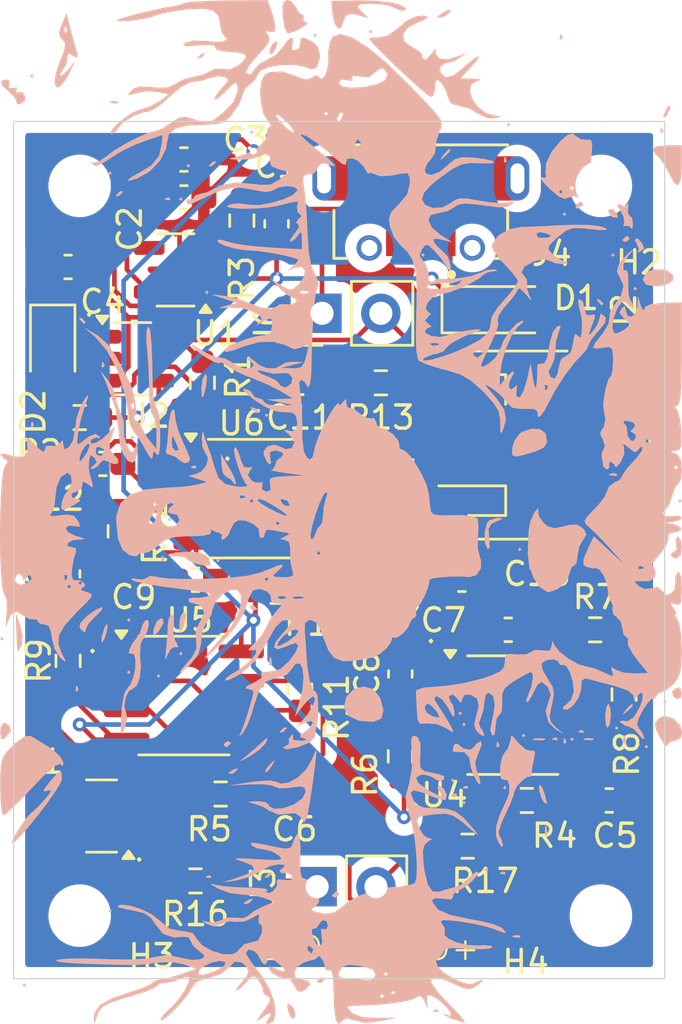
<source format=kicad_pcb>
(kicad_pcb (version 20241229) (generator "pcbnew") (generator_version "9.0")
  (layers (0 "F.Cu" signal) (2 "B.Cu" signal) (13 "F.Paste" user) (15 "B.Paste" user) (5 "F.SilkS" user "F.Silkscreen") (7 "B.SilkS" user "B.Silkscreen") (1 "F.Mask" user) (3 "B.Mask" user) (25 "Edge.Cuts" user))
  (net 0 "")
  (net 1 "GND")
  (net 2 "VBUS")
  (net 3 "+3V3")
  (net 4 "VDC")
  (net 5 "Net-(U4-THR)")
  (net 6 "Net-(U5-THR)")
  (net 7 "Net-(U6-THR)")
  (net 8 "Net-(D2-K)")
  (net 9 "Net-(D2-A)")
  (net 10 "Net-(Q1-C)")
  (net 11 "Net-(U2-PROG)")
  (net 12 "Net-(U1-EN)")
  (net 13 "/Osc_1")
  (net 14 "/Osc_2")
  (net 15 "Net-(U4-DIS)")
  (net 16 "Net-(U5-DIS)")
  (net 17 "/Osc_3")
  (net 18 "Net-(U6-DIS)")
  (net 19 "Net-(J3-Pin_1)")
  (net 27 "Net-(Q1-B)")
  (net 28 "/EN")
  (footprint "Resistor_SMD:R_0603_1608Metric_Pad0.98x0.95mm_HandSolder" (layer "F.Cu") (at 149 53 90)
    (property "Reference" "R9")
    (property "Value" "3.3K" (hide yes))
  )
  (footprint "Resistor_SMD:R_0603_1608Metric_Pad0.98x0.95mm_HandSolder" (layer "F.Cu") (at 162.5 41)
    (property "Reference" "R13")
    (property "Value" "680" (hide yes))
  )
  (footprint "LED_SMD:LED_0805_2012Metric_Pad1.15x1.40mm_HandSolder" (layer "F.Cu") (at 148.336 39.5 -90)
    (property "Reference" "D2")
    (property "Value" "LED" (hide yes))
  )
  (footprint "MountingHole:MountingHole_2.2mm_M2" (layer "F.Cu") (at 149.5 32.5)
    (property "Reference" "H1" (hide yes))
    (property "Value" "MountingHole" (hide yes))
  )
  (footprint "Capacitor_SMD:C_0603_1608Metric_Pad1.08x0.95mm_HandSolder" (layer "F.Cu") (at 159 41 180)
    (property "Reference" "C11")
    (property "Value" ".1u" (hide yes))
  )
  (footprint "MountingHole:MountingHole_2.2mm_M2" (layer "F.Cu") (at 149.5 64)
    (property "Reference" "H3")
    (property "Value" "MountingHole" (hide yes))
  )
  (footprint "Package_TO_SOT_SMD:SOT-23-5" (layer "F.Cu") (at 151.778 39.96)
    (property "Reference" "U2")
    (property "Value" "MCP73831-2-OT" (hide yes))
  )
  (footprint "Capacitor_SMD:C_0603_1608Metric_Pad1.08x0.95mm_HandSolder" (layer "F.Cu") (at 154.5 49.5 180)
    (property "Reference" "C9")
    (property "Value" ".1u" (hide yes))
  )
  (footprint "Package_SO:SOIC-8_3.9x4.9mm_P1.27mm" (layer "F.Cu") (at 168.19525 55.34475)
    (property "Reference" "U4")
    (property "Value" "TLC555xD" (hide yes))
  )
  (footprint "Resistor_SMD:R_0603_1608Metric_Pad0.98x0.95mm_HandSolder" (layer "F.Cu") (at 154.5 62.5 180)
    (property "Reference" "R16")
    (property "Value" "100" (hide yes))
  )
  (footprint "Connector_JST:JST_PH_S2B-PH-SM4-TB_1x02-1MP_P2.00mm_Horizontal" (layer "F.Cu") (at 169.6 43.688 90)
    (property "Reference" "J2")
    (property "Value" "S2B-PH-K-SLFSN" (hide yes))
  )
  (footprint "Resistor_SMD:R_0603_1608Metric_Pad0.98x0.95mm_HandSolder" (layer "F.Cu") (at 163.34275 57.12275 90)
    (property "Reference" "R6")
    (property "Value" "3.3K" (hide yes))
  )
  (footprint "Resistor_SMD:R_0603_1608Metric_Pad0.98x0.95mm_HandSolder" (layer "F.Cu") (at 171.75 51.66175)
    (property "Reference" "R7")
    (property "Value" "680" (hide yes))
  )
  (footprint "customConnector:MOLEX_47589-0001" (layer "F.Cu") (at 164.225 32.9165 180)
    (property "Reference" "J4")
    (property "Value" "USB_B_Micro" (hide yes))
    (fp_line (start 1.875 -2.1625) (end 1.875 -2.3625) (stroke (width 0.01)) (layer "Edge.Cuts"))
    (fp_line (start -2.575 -2.1625) (end -2.575 -2.3625) (stroke (width 0.01)) (layer "Edge.Cuts"))
    (fp_arc (start 2.575 -2.1625) (mid 2.573593 -2.2625) (end 2.575 -2.3625) (stroke (width 0.01)) (layer "Edge.Cuts"))
    (fp_arc (start 2.575 -2.1625) (mid 2.472487 -1.915013) (end 2.225 -1.8125) (stroke (width 0.01)) (layer "Edge.Cuts"))
    (fp_arc (start 2.225 -1.8125) (mid 1.977513 -1.915013) (end 1.875 -2.1625) (stroke (width 0.01)) (layer "Edge.Cuts"))
    (fp_arc (start 2.225 -2.7125) (mid 2.472487 -2.609987) (end 2.575 -2.3625) (stroke (width 0.01)) (layer "Edge.Cuts"))
    (fp_arc (start 1.875 -2.3625) (mid 1.977513 -2.609987) (end 2.225 -2.7125) (stroke (width 0.01)) (layer "Edge.Cuts"))
    (fp_arc (start -1.875 -2.1625) (mid -1.876407 -2.2625) (end -1.875 -2.3625) (stroke (width 0.01)) (layer "Edge.Cuts"))
    (fp_arc (start -1.875 -2.1625) (mid -1.977513 -1.915013) (end -2.225 -1.8125) (stroke (width 0.01)) (layer "Edge.Cuts"))
    (fp_arc (start -2.225 -1.8125) (mid -2.472487 -1.915013) (end -2.575 -2.1625) (stroke (width 0.01)) (layer "Edge.Cuts"))
    (fp_arc (start -2.225 -2.7125) (mid -1.977513 -2.609987) (end -1.875 -2.3625) (stroke (width 0.01)) (layer "Edge.Cuts"))
    (fp_arc (start -2.575 -2.3625) (mid -2.472487 -2.609987) (end -2.225 -2.7125) (stroke (width 0.01)) (layer "Edge.Cuts"))
  )
  (footprint "Package_TO_SOT_SMD:SOT-23" (layer "F.Cu") (at 150.4465 59.7 180)
    (property "Reference" "Q1")
    (property "Value" "BC817" (hide yes))
  )
  (footprint "Package_SO:SOIC-8_3.9x4.9mm_P1.27mm" (layer "F.Cu") (at 154 54.5)
    (property "Reference" "U5")
    (property "Value" "TLC555xD" (hide yes))
  )
  (footprint "Capacitor_SMD:C_0603_1608Metric_Pad1.08x0.95mm_HandSolder" (layer "F.Cu") (at 163.34275 53.56675 90)
    (property "Reference" "C8")
    (property "Value" "10u" (hide yes))
  )
  (footprint "Resistor_SMD:R_0603_1608Metric_Pad0.98x0.95mm_HandSolder" (layer "F.Cu") (at 158 50)
    (property "Reference" "R10")
    (property "Value" "680" (hide yes))
  )
  (footprint "MountingHole:MountingHole_2.2mm_M2" (layer "F.Cu") (at 172 32.5)
    (property "Reference" "H2")
    (property "Value" "MountingHole" (hide yes))
  )
  (footprint "Connector_PinHeader_2.54mm:PinHeader_1x02_P2.54mm_Vertical" (layer "F.Cu") (at 159.96 38 90)
    (property "Reference" "J6")
    (property "Value" "Conn_01x02_Pin" (hide yes))
  )
  (footprint "Package_TO_SOT_SMD:SOT-23-5" (layer "F.Cu") (at 153.6375 36.1275 180)
    (property "Reference" "U1")
    (property "Value" "SPX3819M5-L" (hide yes))
  )
  (footprint "Package_SO:SOIC-8_3.9x4.9mm_P1.27mm" (layer "F.Cu") (at 157 46)
    (property "Reference" "U6")
    (property "Value" "TLC555xD" (hide yes))
  )
  (footprint "Resistor_SMD:R_0603_1608Metric_Pad0.98x0.95mm_HandSolder" (layer "F.Cu") (at 154.797 41 90)
    (property "Reference" "R1")
    (property "Value" "10K" (hide yes))
  )
  (footprint "Resistor_SMD:R_0603_1608Metric_Pad0.98x0.95mm_HandSolder" (layer "F.Cu") (at 162 45.5 -90)
    (property "Reference" "R14")
    (property "Value" "47K" (hide yes))
  )
  (footprint "Resistor_SMD:R_0603_1608Metric_Pad0.98x0.95mm_HandSolder" (layer "F.Cu") (at 166.25 61)
    (property "Reference" "R17")
    (property "Value" "20K" (hide yes))
  )
  (footprint "Resistor_SMD:R_0603_1608Metric_Pad0.98x0.95mm_HandSolder" (layer "F.Cu") (at 162.5 49)
    (property "Reference" "R15")
    (property "Value" "20K" (hide yes))
  )
  (footprint "Resistor_SMD:R_0603_1608Metric_Pad0.98x0.95mm_HandSolder" (layer "F.Cu") (at 151.25 47.4125 90)
    (property "Reference" "R12")
    (property "Value" "3.3K" (hide yes))
  )
  (footprint "Diode_SMD:D_SOD-123" (layer "F.Cu") (at 167.5 37.846)
    (property "Reference" "D1")
    (property "Value" "MBR0520" (hide yes))
  )
  (footprint "Capacitor_SMD:C_0603_1608Metric_Pad1.08x0.95mm_HandSolder" (layer "F.Cu") (at 172.35975 59.02775)
    (property "Reference" "C5")
    (property "Value" "20u" (hide yes))
  )
  (footprint "Capacitor_SMD:C_0603_1608Metric_Pad1.08x0.95mm_HandSolder" (layer "F.Cu") (at 149 36 180)
    (property "Reference" "C4")
    (property "Value" "10uF" (hide yes))
  )
  (footprint "Capacitor_SMD:C_0603_1608Metric_Pad1.08x0.95mm_HandSolder" (layer "F.Cu") (at 159.1375 58.75)
    (property "Reference" "C6")
    (property "Value" "10u" (hide yes))
  )
  (footprint "Capacitor_SMD:C_0603_1608Metric_Pad1.08x0.95mm_HandSolder" (layer "F.Cu") (at 168 51.66175 180)
    (property "Reference" "C7")
    (property "Value" ".1u" (hide yes))
  )
  (footprint "Resistor_SMD:R_0603_1608Metric_Pad0.98x0.95mm_HandSolder" (layer "F.Cu") (at 159 54.25 -90)
    (property "Reference" "R11")
    (property "Value" "47K" (hide yes))
  )
  (footprint "Capacitor_SMD:C_0603_1608Metric_Pad1.08x0.95mm_HandSolder" (layer "F.Cu") (at 149 49.25 90)
    (property "Reference" "C10")
    (property "Value" "10u" (hide yes))
  )
  (footprint "Resistor_SMD:R_0603_1608Metric_Pad0.98x0.95mm_HandSolder" (layer "F.Cu") (at 155.5845 58.75)
    (property "Reference" "R5")
    (property "Value" "10K" (hide yes))
  )
  (footprint "Capacitor_SMD:C_0603_1608Metric_Pad1.08x0.95mm_HandSolder" (layer "F.Cu") (at 158 34.1375 90)
    (property "Reference" "C1")
    (property "Value" "10uF" (hide yes))
  )
  (footprint "Connector_PinHeader_2.54mm:PinHeader_1x02_P2.54mm_Vertical" (layer "F.Cu") (at 159.75 62.75 90)
    (property "Reference" "J3")
    (property "Value" "Conn_01x02_Pin" (hide yes))
  )
  (footprint "Capacitor_SMD:C_0603_1608Metric_Pad1.08x0.95mm_HandSolder" (layer "F.Cu") (at 166 49.5)
    (property "Reference" "C13")
    (property "Value" "10u" (hide yes))
  )
  (footprint "Resistor_SMD:R_0603_1608Metric_Pad0.98x0.95mm_HandSolder" (layer "F.Cu") (at 149.5 42.5)
    (property "Reference" "R2")
    (property "Value" "1K" (hide yes))
  )
  (footprint "Capacitor_SMD:C_0603_1608Metric_Pad1.08x0.95mm_HandSolder" (layer "F.Cu") (at 154 31.3625)
    (property "Reference" "C3")
    (property "Value" "1uF" (hide yes))
  )
  (footprint "Capacitor_SMD:C_0603_1608Metric_Pad1.08x0.95mm_HandSolder" (layer "F.Cu") (at 150.5 44.5 180)
    (property "Reference" "C12")
    (property "Value" "5u" (hide yes))
  )
  (footprint "Resistor_SMD:R_0603_1608Metric_Pad0.98x0.95mm_HandSolder" (layer "F.Cu") (at 156.5 34 90)
    (property "Reference" "R3")
    (property "Value" "100K" (hide yes))
  )
  (footprint "Capacitor_SMD:C_0603_1608Metric_Pad1.08x0.95mm_HandSolder" (layer "F.Cu") (at 154 33)
    (property "Reference" "C2")
    (property "Value" "10uF" (hide yes))
  )
  (footprint "MountingHole:MountingHole_2.2mm_M2" (layer "F.Cu") (at 172 64)
    (property "Reference" "H4")
    (property "Value" "MountingHole" (hide yes))
  )
  (footprint "Resistor_SMD:R_0603_1608Metric_Pad0.98x0.95mm_HandSolder" (layer "F.Cu") (at 168.80375 59.02775)
    (property "Reference" "R4")
    (property "Value" "10K" (hide yes))
  )
  (footprint "Resistor_SMD:R_0603_1608Metric_Pad0.98x0.95mm_HandSolder" (layer "F.Cu") (at 173 54.45575 -90)
    (property "Reference" "R8")
    (property "Value" "235K" (hide yes))
  )
  (footprint "customSilk:sparky_6.mod" (layer "B.Cu") (at 160.7 46.5 -90)
    (property "Reference" "G***" (hide yes))
    (property "Value" "LOGO" (hide yes))
  )
  (gr_rect (start 146.65 29.718) (end 174.75 66.718) (stroke (width 0.05)) (fill no) (layer "Edge.Cuts"))
  (gr_text "." (at 149.75 52.75 0) (layer "F.SilkS") (effects (font (size 1 1) (thickness 0.1)) (justify left bottom)))
  (gr_text "." (at 149.606 38.227 0) (layer "F.SilkS") (effects (font (size 1 1) (thickness 0.1)) (justify left bottom)))
  (gr_text "LED-" (at 157.25 66 0) (layer "F.SilkS") (effects (font (size 1 1) (thickness 0.1)) (justify left bottom)))
  (gr_text "." (at 155.575 44.45 0) (layer "F.SilkS") (effects (font (size 1 1) (thickness 0.1)) (justify left bottom)))
  (gr_text "." (at 164.35875 52.32325 0) (layer "F.SilkS") (effects (font (size 1 1) (thickness 0.1)) (justify left bottom)))
  (gr_text "." (at 156.845 37.973 0) (layer "F.SilkS") (effects (font (size 1 1) (thickness 0.1)) (justify left bottom)))
  (gr_text "." (at 151.765 61.75 0) (layer "F.SilkS") (effects (font (size 1 1) (thickness 0.1)) (justify left bottom)))
  (gr_text "LED+" (at 162.75 66 0) (layer "F.SilkS") (effects (font (size 1 1) (thickness 0.1)) (justify left bottom)))
  (segment (start 154.112501 36.1275) (end 154.775 36.1275) (width 0.2) (layer "F.Cu") (net 1))
  (segment (start 151.861034 40.993934) (end 151.861034 40.659998) (width 0.2) (layer "F.Cu") (net 1))
  (segment (start 148.1375 36) (end 147.335 36.8025) (width 0.2) (layer "F.Cu") (net 1))
  (segment (start 147.335 38.5) (end 147.335 39.03516) (width 0.2) (layer "F.Cu") (net 1))
  (segment (start 173.776 50.782866) (end 172.493134 49.5) (width 0.2) (layer "F.Cu") (net 1))
  (segment (start 166.8625 49.5) (end 166.8625 49.6125) (width 0.2) (layer "F.Cu") (net 1))
  (segment (start 147.335 43.835) (end 147.335 38.5) (width 0.2) (layer "F.Cu") (net 1))
  (segment (start 153.8115 34.051) (end 153.8115 35.826499) (width 0.2) (layer "F.Cu") (net 1))
  (segment (start 151 37) (end 151.6785 37.6785) (width 0.2) (layer "F.Cu") (net 1))
  (segment (start 154.797 43.823) (end 154.525 44.095) (width 0.2) (layer "F.Cu") (net 1))
  (segment (start 153.6375 50.4825) (end 151.525 52.595) (width 0.2) (layer "F.Cu") (net 1))
  (segment (start 153.203468 37.6785) (end 153.4635 37.418468) (width 0.2) (layer "F.Cu") (net 1))
  (segment (start 170 36) (end 170 37.5) (width 0.2) (layer "F.Cu") (net 1))
  (segment (start 170 37.34589) (end 170 37.5) (width 0.2) (layer "F.Cu") (net 1))
  (segment (start 149.6375 44.5) (end 148 44.5) (width 0.2) (layer "F.Cu") (net 1))
  (segment (start 162.86775 52.70425) (end 163.34275 52.70425) (width 0.2) (layer "F.Cu") (net 1))
  (segment (start 148.224 49.1635) (end 149 48.3875) (width 0.2) (layer "F.Cu") (net 1))
  (segment (start 167.1375 52.0225) (end 167.1375 51.66175) (width 0.2) (layer "F.Cu") (net 1))
  (segment (start 149.518001 39.5) (end 149.978001 39.96) (width 0.2) (layer "F.Cu") (net 1))
  (segment (start 150.1125 49.5) (end 153.6375 49.5) (width 0.2) (layer "F.Cu") (net 1))
  (segment (start 151.525 52.595) (end 151.685 52.435) (width 0.2) (layer "F.Cu") (net 1))
  (segment (start 149.5 40.438001) (end 149.5 41.25) (width 0.2) (layer "F.Cu") (net 1))
  (segment (start 158 32.5) (end 158 33.275) (width 0.2) (layer "F.Cu") (net 1))
  (segment (start 162.925 34.854) (end 162.925 33.979) (width 0.2) (layer "F.Cu") (net 1))
  (segment (start 172.493134 49.5) (end 166.8625 49.5) (width 0.2) (layer "F.Cu") (net 1))
  (segment (start 151.384 58.75) (end 148.224 55.59) (width 0.2) (layer "F.Cu") (net 1))
  (segment (start 154.8625 33) (end 153.8115 34.051) (width 0.2) (layer "F.Cu") (net 1))
  (segment (start 147.335 36.8025) (end 147.335 38.5) (width 0.2) (layer "F.Cu") (net 1))
  (segment (start 149 48.3875) (end 149 45.1375) (width 0.2) (layer "F.Cu") (net 1))
  (segment (start 166.8625 49.5) (end 170 46.3625) (width 0.2) (layer "F.Cu") (net 1))
  (segment (start 148 44.5) (end 147.335 43.835) (width 0.2) (layer "F.Cu") (net 1))
  (segment (start 158.225 33.5) (end 162 33.5) (width 0.2) (layer "F.Cu") (net 1))
  (segment (start 154.4825 44.1375) (end 154.525 44.095) (width 0.2) (layer "F.Cu") (net 1))
  (segment (start 153.4635 36.776501) (end 154.112501 36.1275) (width 0.2) (layer "F.Cu") (net 1))
  (segment (start 167.1375 49.8875) (end 167.1375 51.66175) (width 0.2) (layer "F.Cu") (net 1))
  (segment (start 154.8625 33) (end 155.8625 32) (width 0.2) (layer "F.Cu") (net 1))
  (segment (start 160 58.75) (end 162.16675 56.58325) (width 0.2) (layer "F.Cu") (net 1))
  (segment (start 169.59911 36.945) (end 170 37.34589) (width 0.2) (layer "F.Cu") (net 1))
  (segment (start 155.8625 32) (end 157.5 32) (width 0.2) (layer "F.Cu") (net 1))
  (segment (start 149 48.3875) (end 150.1125 49.5) (width 0.2) (layer "F.Cu") (net 1))
  (segment (start 162.16675 53.40525) (end 162.86775 52.70425) (width 0.2) (layer "F.Cu") (net 1))
  (segment (start 158 33.275) (end 158.225 33.5) (width 0.2) (layer "F.Cu") (net 1))
  (segment (start 149 45.1375) (end 149.6375 44.5) (width 0.2) (layer "F.Cu") (net 1))
  (segment (start 156 41) (end 158.1375 41) (width 0.2) (layer "F.Cu") (net 1))
  (segment (start 162.925 33.979) (end 163.026 33.878) (width 0.2) (layer "F.Cu") (net 1))
  (segment (start 168.399 41.039) (end 168.399 38) (width 0.2) (layer "F.Cu") (net 1))
  (segment (start 163.026 33.878) (end 167.878 33.878) (width 0.2) (layer "F.Cu") (net 1))
  (segment (start 150.724 35.224) (end 151 35.5) (width 0.2) (layer "F.Cu") (net 1))
  (segment (start 153.618968 40.309) (end 154.797 41.487032) (width 0.2) (layer "F.Cu") (net 1))
  (segment (start 166.8625 49.6125) (end 167.1375 49.8875) (width 0.2) (layer "F.Cu") (net 1))
  (segment (start 151 35.5) (end 151 37) (width 0.2) (layer "F.Cu") (net 1))
  (segment (start 147.79984 39.5) (end 149.518001 39.5) (width 0.2) (layer "F.Cu") (net 1))
  (segment (start 162 33.5) (end 162.925 34.425) (width 0.2) (layer "F.Cu") (net 1))
  (segment (start 166.75 42.688) (end 168.399 41.039) (width 0.2) (layer "F.Cu") (net 1))
  (segment (start 154.797 41.9125) (end 155.0875 41.9125) (width 0.2) (layer "F.Cu") (net 1))
  (segment (start 153.6375 49.5) (end 153.6375 50.4825) (width 0.2) (layer "F.Cu") (net 1))
  (segment (start 154.797 41.487032) (end 154.797 41.9125) (width 0.2) (layer "F.Cu") (net 1))
  (segment (start 155.0875 41.9125) (end 156 41) (width 0.2) (layer "F.Cu") (net 1))
  (segment (start 162.16675 56.58325) (end 162.16675 53.40525) (width 0.2) (layer "F.Cu") (net 1))
  (segment (start 150.6405 39.96) (end 149.978001 39.96) (width 0.2) (layer "F.Cu") (net 1))
  (segment (start 148.9135 35.224) (end 150.724 35.224) (width 0.2) (layer "F.Cu") (net 1))
  (segment (start 149.5 41.25) (end 149.761 41.511) (width 0.2) (layer "F.Cu") (net 1))
  (segment (start 168.399 38) (end 168.399 37.24689) (width 0.2) (layer "F.Cu") (net 1))
  (segment (start 151.343968 41.511) (end 151.861034 40.993934) (width 0.2) (layer "F.Cu") (net 1))
  (segment (start 151.861034 40.659998) (end 152.212032 40.309) (width 0.2) (layer "F.Cu") (net 1))
  (segment (start 167.878 33.878) (end 170 36) (width 0.2) (layer "F.Cu") (net 1))
  (segment (start 173.776 58.474) (end 173.776 50.782866) (width 0.2) (layer "F.Cu") (net 1))
  (segment (start 149.761 41.511) (end 151.343968 41.511) (width 0.2) (layer "F.Cu") (net 1))
  (segment (start 149.978001 39.96) (end 149.5 40.438001) (width 0.2) (layer "F.Cu") (net 1))
  (segment (start 153.8115 35.826499) (end 154.112501 36.1275) (width 0.2) (layer "F.Cu") (net 1))
  (segment (start 168.70089 36.945) (end 169.59911 36.945) (width 0.2) (layer "F.Cu") (net 1))
  (segment (start 162.925 34.425) (end 162.925 34.854) (width 0.2) (layer "F.Cu") (net 1))
  (segment (start 151.6785 37.6785) (end 153.203468 37.6785) (width 0.2) (layer "F.Cu") (net 1))
  (segment (start 168.399 37.24689) (end 168.70089 36.945) (width 0.2) (layer "F.Cu") (net 1))
  (segment (start 173.22225 59.02775) (end 173.776 58.474) (width 0.2) (layer "F.Cu") (net 1))
  (segment (start 148.224 55.59) (end 148.224 49.1635) (width 0.2) (layer "F.Cu") (net 1))
  (segment (start 170 46.3625) (end 170 37.5) (width 0.2) (layer "F.Cu") (net 1))
  (segment (start 163.34275 52.70425) (end 164.98475 52.70425) (width 0.2) (layer "F.Cu") (net 1))
  (segment (start 148.1375 36) (end 148.9135 35.224) (width 0.2) (layer "F.Cu") (net 1))
  (segment (start 157.5 32) (end 158 32.5) (width 0.2) (layer "F.Cu") (net 1))
  (segment (start 152.212032 40.309) (end 153.618968 40.309) (width 0.2) (layer "F.Cu") (net 1))
  (segment (start 153.4635 37.418468) (end 153.4635 36.776501) (width 0.2) (layer "F.Cu") (net 1))
  (segment (start 155.275 36.1275) (end 154.612501 36.1275) (width 0.2) (layer "F.Cu") (net 1))
  (segment (start 154.8625 31.3625) (end 154.8625 33) (width 0.2) (layer "F.Cu") (net 1))
  (segment (start 164.98475 52.70425) (end 165.72025 53.43975) (width 0.2) (layer "F.Cu") (net 1))
  (segment (start 165.72025 53.43975) (end 167.1375 52.0225) (width 0.2) (layer "F.Cu") (net 1))
  (segment (start 154.797 41.9125) (end 154.797 43.823) (width 0.2) (layer "F.Cu") (net 1))
  (segment (start 147.335 39.03516) (end 147.79984 39.5) (width 0.2) (layer "F.Cu") (net 1))
  (segment (start 150.4125 42.5) (end 152 42.5) (width 0.2) (layer "F.Cu") (net 2))
  (segment (start 165.85 36.85) (end 165.494 36.494) (width 0.2) (layer "F.Cu") (net 2))
  (segment (start 152.9155 40.91) (end 152.9155 41.5845) (width 0.2) (layer "F.Cu") (net 2))
  (segment (start 165.494 36.494) (end 165.494 34.854) (width 0.2) (layer "F.Cu") (net 2))
  (segment (start 155.4225 37.0775) (end 156 36.5) (width 0.2) (layer "F.Cu") (net 2))
  (segment (start 165.85 37.846) (end 165.85 36.85) (width 0.2) (layer "F.Cu") (net 2))
  (segment (start 154.775 37.0775) (end 155.4225 37.0775) (width 0.2) (layer "F.Cu") (net 2))
  (segment (start 165.85 37.846) (end 165.85 37.65) (width 0.2) (layer "F.Cu") (net 2))
  (segment (start 152.9155 41.5845) (end 152 42.5) (width 0.2) (layer "F.Cu") (net 2))
  (segment (start 158 35) (end 158 36.5) (width 0.2) (layer "F.Cu") (net 2))
  (segment (start 165.85 37.65) (end 164.7 36.5) (width 0.2) (layer "F.Cu") (net 2))
  (segment (start 156 36.5) (end 158 36.5) (width 0.2) (layer "F.Cu") (net 2))
  (via (at 164.7 36.5) (size 0.6) (drill 0.3) (layers "F.Cu" "B.Cu") (net 2))
  (via (at 158 36.5) (size 0.6) (drill 0.3) (layers "F.Cu" "B.Cu") (net 2))
  (via (at 152 42.5) (size 0.6) (drill 0.3) (layers "F.Cu" "B.Cu") (net 2))
  (segment (start 158 36.5) (end 164.7 36.5) (width 0.2) (layer "B.Cu") (net 2))
  (segment (start 152 42.5) (end 158 36.5) (width 0.2) (layer "B.Cu") (net 2))
  (segment (start 163.5 59.75) (end 163.5 58.1925) (width 0.2) (layer "F.Cu") (net 3))
  (segment (start 152.5 37.0775) (end 151.5365 36.114) (width 0.2) (layer "F.Cu") (net 3))
  (segment (start 150.476 44.080866) (end 150.476 46.018366) (width 0.2) (layer "F.Cu") (net 3))
  (segment (start 151.005 56.405) (end 151.525 56.405) (width 0.2) (layer "F.Cu") (net 3))
  (segment (start 162.29 62.75) (end 164.04 61) (width 0.2) (layer "F.Cu") (net 3))
  (segment (start 163.79925 53.54175) (end 162.88625 53.54175) (width 0.2) (layer "F.Cu") (net 3))
  (segment (start 170.07025 54.03975) (end 164.29725 54.03975) (width 0.2) (layer "F.Cu") (net 3))
  (segment (start 159.8625 43.7075) (end 159.8625 41) (width 0.2) (layer "F.Cu") (net 3))
  (segment (start 159.475 44.095) (end 159.8625 43.7075) (width 0.2) (layer "F.Cu") (net 3))
  (segment (start 150.155 56.405) (end 151.525 56.405) (width 0.2) (layer "F.Cu") (net 3))
  (segment (start 153.1375 31.3625) (end 154 30.5) (width 0.2) (layer "F.Cu") (net 3))
  (segment (start 150.474 46.020366) (end 150.474 47.549) (width 0.2) (layer "F.Cu") (net 3))
  (segment (start 156.5875 49.5) (end 157.0875 50) (width 0.2) (layer "F.Cu") (net 3))
  (segment (start 149.5 55.75) (end 150.155 56.405) (width 0.2) (layer "F.Cu") (net 3))
  (segment (start 149 54.4) (end 151.005 56.405) (width 0.2) (layer "F.Cu") (net 3))
  (segment (start 170.67025 51.829) (end 170.8375 51.66175) (width 0.2) (layer "F.Cu") (net 3))
  (segment (start 170.67025 53.43975) (end 170.07025 54.03975) (width 0.2) (layer "F.Cu") (net 3))
  (segment (start 157 31) (end 156.5 30.5) (width 0.2) (layer "F.Cu") (net 3))
  (segment (start 151.694134 43.526) (end 151.030866 43.526) (width 0.2) (layer "F.Cu") (net 3))
  (segment (start 162.56775 53.86025) (end 162.56775 57.26025) (width 0.2) (layer "F.Cu") (net 3))
  (segment (start 149 53.9125) (end 149 54.4) (width 0.2) (layer "F.Cu") (net 3))
  (segment (start 153.1375 31.3625) (end 153.1375 33) (width 0.2) (layer "F.Cu") (net 3))
  (segment (start 165.72025 57.24975) (end 164.12825 57.24975) (width 0.2) (layer "F.Cu") (net 3))
  (segment (start 150.474 47.549) (end 151.25 48.325) (width 0.2) (layer "F.Cu") (net 3))
  (segment (start 157.0875 50) (end 157.0875 51.1625) (width 0.2) (layer "F.Cu") (net 3))
  (segment (start 151.5365 34.601) (end 153.1375 33) (width 0.2) (layer "F.Cu") (net 3))
  (segment (start 164.29725 54.03975) (end 163.79925 53.54175) (width 0.2) (layer "F.Cu") (net 3))
  (segment (start 161.5875 41) (end 159.8625 41) (width 0.2) (layer "F.Cu") (net 3))
  (segment (start 151.5365 36.114) (end 151.5365 34.601) (width 0.2) (layer "F.Cu") (net 3))
  (segment (start 151.030866 43.526) (end 150.476 44.080866) (width 0.2) (layer "F.Cu") (net 3))
  (segment (start 165.3375 60.03) (end 163.34275 58.03525) (width 0.2) (layer "F.Cu") (net 3))
  (segment (start 162.56775 57.26025) (end 163.34275 58.03525) (width 0.2) (layer "F.Cu") (net 3))
  (segment (start 157.0875 51.1625) (end 157 51.25) (width 0.2) (layer "F.Cu") (net 3))
  (segment (start 152.864134 44.696) (end 151.694134 43.526) (width 0.2) (layer "F.Cu") (net 3))
  (segment (start 164.12825 57.24975) (end 163.34275 58.03525) (width 0.2) (layer "F.Cu") (net 3))
  (segment (start 154.525 48.6625) (end 155.3625 49.5) (width 0.2) (layer "F.Cu") (net 3))
  (segment (start 170.67025 53.43975) (end 170.67025 51.829) (width 0.2) (layer "F.Cu") (net 3))
  (segment (start 164.04 61) (end 165.3375 61) (width 0.2) (layer "F.Cu") (net 3))
  (segment (start 159.475 44.095) (end 158.874 44.696) (width 0.2) (layer "F.Cu") (net 3))
  (segment (start 154.105 48.325) (end 154.525 47.905) (width 0.2) (layer "F.Cu") (net 3))
  (segment (start 156.475 52.595) (end 156.475 51.775) (width 0.2) (layer "F.Cu") (net 3))
  (segment (start 163.5 58.1925) (end 163.34275 58.03525) (width 0.2) (layer "F.Cu") (net 3))
  (segment (start 151.25 48.325) (end 154.105 48.325) (width 0.2) (layer "F.Cu") (net 3))
  (segment (start 162.88625 53.54175) (end 162.56775 53.86025) (width 0.2) (layer "F.Cu") (net 3))
  (segment (start 156.5 30.5) (end 154 30.5) (width 0.2) (layer "F.Cu") (net 3))
  (segment (start 165.3375 61) (end 165.3375 60.03) (width 0.2) (layer "F.Cu") (net 3))
  (segment (start 155.3625 49.5) (end 156.5875 49.5) (width 0.2) (layer "F.Cu") (net 3))
  (segment (start 154.525 47.905) (end 154.525 48.6625) (width 0.2) (layer "F.Cu") (net 3))
  (segment (start 168.8625 51.66175) (end 170.8375 51.66175) (width 0.2) (layer "F.Cu") (net 3))
  (segment (start 156.475 51.775) (end 157 51.25) (width 0.2) (layer "F.Cu") (net 3))
  (segment (start 158.874 44.696) (end 152.864134 44.696) (width 0.2) (layer "F.Cu") (net 3))
  (segment (start 150.476 46.018366) (end 150.474 46.020366) (width 0.2) (layer "F.Cu") (net 3))
  (via (at 157 51.25) (size 0.6) (drill 0.3) (layers "F.Cu" "B.Cu") (net 3))
  (via (at 157 31) (size 0.6) (drill 0.3) (layers "F.Cu" "B.Cu") (net 3))
  (via (at 149.5 55.75) (size 0.6) (drill 0.3) (layers "F.Cu" "B.Cu") (net 3))
  (via (at 163.5 59.75) (size 0.6) (drill 0.3) (layers "F.Cu" "B.Cu") (net 3))
  (segment (start 157 51.25) (end 152.5 55.75) (width 0.2) (layer "B.Cu") (net 3))
  (segment (start 157 53.25) (end 157 51.25) (width 0.2) (layer "B.Cu") (net 3))
  (segment (start 163.5 59.75) (end 157 53.25) (width 0.2) (layer "B.Cu") (net 3))
  (segment (start 151.399 36.601) (end 157 31) (width 0.2) (layer "B.Cu") (net 3))
  (segment (start 157 51.25) (end 151.399 45.649) (width 0.2) (layer "B.Cu") (net 3))
  (segment (start 152.5 55.75) (end 149.5 55.75) (width 0.2) (layer "B.Cu") (net 3))
  (segment (start 151.399 45.649) (end 151.399 36.601) (width 0.2) (layer "B.Cu") (net 3))
  (segment (start 168.5 44.688) (end 166.75 44.688) (width 0.2) (layer "F.Cu") (net 4))
  (segment (start 150.994968 40.91) (end 151.604 40.300968) (width 0.2) (layer "F.Cu") (net 4))
  (segment (start 162.5 38) (end 161.349 39.151) (width 0.2) (layer "F.Cu") (net 4))
  (segment (start 166.188 44.688) (end 166.75 44.688) (width 0.2) (layer "F.Cu") (net 4))
  (segment (start 149.8625 36.4296) (end 151.5124 38.0795) (width 0.2) (layer "F.Cu") (net 4))
  (segment (start 149.8625 36) (end 149.8625 36.4296) (width 0.2) (layer "F.Cu") (net 4))
  (segment (start 150.6405 40.91) (end 150.994968 40.91) (width 0.2) (layer "F.Cu") (net 4))
  (segment (start 164.699 40.199) (end 164.699 43.199) (width 0.2) (layer "F.Cu") (net 4))
  (segment (start 169.15 44.038) (end 168.5 44.688) (width 0.2) (layer "F.Cu") (net 4))
  (segment (start 151.604 40.300968) (end 151.604 38.1711) (width 0.2) (layer "F.Cu") (net 4))
  (segment (start 151.604 38.1711) (end 151.5124 38.0795) (width 0.2) (layer "F.Cu") (net 4))
  (segment (start 153.4477 38.1711) (end 151.604 38.1711) (width 0.2) (layer "F.Cu") (net 4))
  (segment (start 161.349 39.151) (end 154.4276 39.151) (width 0.2) (layer "F.Cu") (net 4))
  (segment (start 154.4276 39.151) (end 153.4477 38.1711) (width 0.2) (layer "F.Cu") (net 4))
  (segment (start 164.699 43.199) (end 166.188 44.688) (width 0.2) (layer "F.Cu") (net 4))
  (segment (start 162.5 38) (end 164.699 40.199) (width 0.2) (layer "F.Cu") (net 4))
  (segment (start 169.15 37.846) (end 169.15 44.038) (width 0.2) (layer "F.Cu") (net 4))
  (segment (start 166.695249 54.70975) (end 165.72025 54.70975) (width 0.2) (layer "F.Cu") (net 5))
  (segment (start 167.965249 55.97975) (end 166.695249 54.70975) (width 0.2) (layer "F.Cu") (net 5))
  (segment (start 163.62325 54.70975) (end 165.72025 54.70975) (width 0.2) (layer "F.Cu") (net 5))
  (segment (start 170.67025 55.97975) (end 172.3885 55.97975) (width 0.2) (layer "F.Cu") (net 5))
  (segment (start 163.34275 54.42925) (end 163.62325 54.70975) (width 0.2) (layer "F.Cu") (net 5))
  (segment (start 172.3885 55.97975) (end 173 55.36825) (width 0.2) (layer "F.Cu") (net 5))
  (segment (start 170.67025 55.97975) (end 167.965249 55.97975) (width 0.2) (layer "F.Cu") (net 5))
  (segment (start 150.249 52.935968) (end 151.178032 53.865) (width 0.2) (layer "F.Cu") (net 6))
  (segment (start 158.9725 55.135) (end 159 55.1625) (width 0.2) (layer "F.Cu") (net 6))
  (segment (start 149 50.1125) (end 150.249 51.3615) (width 0.2) (layer "F.Cu") (net 6))
  (segment (start 156.475 55.135) (end 158.9725 55.135) (width 0.2) (layer "F.Cu") (net 6))
  (segment (start 154.230001 53.865) (end 151.525 53.865) (width 0.2) (layer "F.Cu") (net 6))
  (segment (start 151.178032 53.865) (end 151.525 53.865) (width 0.2) (layer "F.Cu") (net 6))
  (segment (start 150.249 51.3615) (end 150.249 52.935968) (width 0.2) (layer "F.Cu") (net 6))
  (segment (start 155.500001 55.135) (end 154.230001 53.865) (width 0.2) (layer "F.Cu") (net 6))
  (segment (start 156.475 55.135) (end 155.500001 55.135) (width 0.2) (layer "F.Cu") (net 6))
  (segment (start 156.769999 46.635) (end 159.475 46.635) (width 0.2) (layer "F.Cu") (net 7))
  (segment (start 154.525 45.365) (end 152.2275 45.365) (width 0.2) (layer "F.Cu") (net 7))
  (segment (start 152.2275 45.365) (end 151.3625 44.5) (width 0.2) (layer "F.Cu") (net 7))
  (segment (start 155.499999 45.365) (end 156.769999 46.635) (width 0.2) (layer "F.Cu") (net 7))
  (segment (start 154.525 45.365) (end 155.499999 45.365) (width 0.2) (layer "F.Cu") (net 7))
  (segment (start 159.6975 46.4125) (end 159.475 46.635) (width 0.2) (layer "F.Cu") (net 7))
  (segment (start 162 46.4125) (end 159.6975 46.4125) (width 0.2) (layer "F.Cu") (net 7))
  (segment (start 150.1055 38.475) (end 150.6405 39.01) (width 0.2) (layer "F.Cu") (net 8))
  (segment (start 148.336 38.475) (end 150.1055 38.475) (width 0.2) (layer "F.Cu") (net 8))
  (segment (start 148.5875 42.5) (end 148.5875 40.7765) (width 0.2) (layer "F.Cu") (net 9))
  (segment (start 148.5875 40.7765) (end 148.336 40.525) (width 0.2) (layer "F.Cu") (net 9))
  (segment (start 151.854532 62.5) (end 149.509 60.154468) (width 0.2) (layer "F.Cu") (net 10))
  (segment (start 149.509 60.154468) (end 149.509 59.7) (width 0.2) (layer "F.Cu") (net 10))
  (segment (start 153.5875 62.5) (end 151.854532 62.5) (width 0.2) (layer "F.Cu") (net 10))
  (segment (start 153.7195 39.01) (end 154.797 40.0875) (width 0.2) (layer "F.Cu") (net 11))
  (segment (start 152.9155 39.01) (end 153.7195 39.01) (width 0.2) (layer "F.Cu") (net 11))
  (segment (start 156.235 35.1775) (end 156.5 34.9125) (width 0.2) (layer "F.Cu") (net 12))
  (segment (start 154.775 35.1775) (end 156.235 35.1775) (width 0.2) (layer "F.Cu") (net 12))
  (segment (start 167.89125 57.175751) (end 166.695249 55.97975) (width 0.2) (layer "F.Cu") (net 13))
  (segment (start 167.89125 59.02775) (end 167.89125 57.175751) (width 0.2) (layer "F.Cu") (net 13))
  (segment (start 163.34275 56.21025) (end 165.48975 56.21025) (width 0.2) (layer "F.Cu") (net 13))
  (segment (start 165.48975 56.21025) (end 165.72025 55.97975) (width 0.2) (layer "F.Cu") (net 13))
  (segment (start 166.695249 55.97975) (end 165.72025 55.97975) (width 0.2) (layer "F.Cu") (net 13))
  (segment (start 150.550001 55.135) (end 151.525 55.135) (width 0.2) (layer "F.Cu") (net 14))
  (segment (start 149 52.0875) (end 149.83355 52.92105) (width 0.2) (layer "F.Cu") (net 14))
  (segment (start 152.499999 55.135) (end 154.672 57.307001) (width 0.2) (layer "F.Cu") (net 14))
  (segment (start 149.83355 54.418549) (end 150.550001 55.135) (width 0.2) (layer "F.Cu") (net 14))
  (segment (start 149.83355 52.92105) (end 149.83355 54.418549) (width 0.2) (layer "F.Cu") (net 14))
  (segment (start 154.672 57.307001) (end 154.672 58.75) (width 0.2) (layer "F.Cu") (net 14))
  (segment (start 151.525 55.135) (end 152.499999 55.135) (width 0.2) (layer "F.Cu") (net 14))
  (segment (start 171.8335 54.70975) (end 173 53.54325) (width 0.2) (layer "F.Cu") (net 15))
  (segment (start 170.67025 54.70975) (end 171.8335 54.70975) (width 0.2) (layer "F.Cu") (net 15))
  (segment (start 172.6625 53.20575) (end 173 53.54325) (width 0.2) (layer "F.Cu") (net 15))
  (segment (start 172.6625 51.66175) (end 172.6625 53.20575) (width 0.2) (layer "F.Cu") (net 15))
  (segment (start 158.4725 53.865) (end 159 53.3375) (width 0.2) (layer "F.Cu") (net 16))
  (segment (start 159 50.0875) (end 158.9125 50) (width 0.2) (layer "F.Cu") (net 16))
  (segment (start 156.475 53.865) (end 158.4725 53.865) (width 0.2) (layer "F.Cu") (net 16))
  (segment (start 159 53.3375) (end 159 50.0875) (width 0.2) (layer "F.Cu") (net 16))
  (segment (start 156.989032 47.036) (end 158.953032 49) (width 0.2) (layer "F.Cu") (net 17))
  (segment (start 154.926 47.036) (end 156.989032 47.036) (width 0.2) (layer "F.Cu") (net 17))
  (segment (start 154.39 46.5) (end 154.525 46.635) (width 0.2) (layer "F.Cu") (net 17))
  (segment (start 158.953032 49) (end 161.5875 49) (width 0.2) (layer "F.Cu") (net 17))
  (segment (start 154.525 46.635) (end 154.926 47.036) (width 0.2) (layer "F.Cu") (net 17))
  (segment (start 151.25 46.5) (end 154.39 46.5) (width 0.2) (layer "F.Cu") (net 17))
  (segment (start 163.4125 41) (end 163.4125 43.175) (width 0.2) (layer "F.Cu") (net 18))
  (segment (start 161.2225 45.365) (end 162 44.5875) (width 0.2) (layer "F.Cu") (net 18))
  (segment (start 163.4125 43.175) (end 162 44.5875) (width 0.2) (layer "F.Cu") (net 18))
  (segment (start 159.475 45.365) (end 161.2225 45.365) (width 0.2) (layer "F.Cu") (net 18))
  (segment (start 159.5 62.5) (end 159.75 62.75) (width 0.2) (layer "F.Cu") (net 19))
  (segment (start 155.4125 62.5) (end 159.5 62.5) (width 0.2) (layer "F.Cu") (net 19))
  (segment (start 163.4125 49) (end 164.6375 49) (width 0.2) (layer "F.Cu") (net 27))
  (segment (start 158.275 58.75) (end 160 57.025) (width 0.2) (layer "F.Cu") (net 27))
  (segment (start 164.2615 63.901) (end 161.81324 63.901) (width 0.2) (layer "F.Cu") (net 27))
  (segment (start 158.282722 58.75) (end 158.275 58.75) (width 0.2) (layer "F.Cu") (net 27))
  (segment (start 167.1625 61) (end 164.2615 63.901) (width 0.2) (layer "F.Cu") (net 27))
  (segment (start 151.384 60.65) (end 154.597 60.65) (width 0.2) (layer "F.Cu") (net 27))
  (segment (start 160 52.4125) (end 163.4125 49) (width 0.2) (layer "F.Cu") (net 27))
  (segment (start 167.744 61) (end 169.71625 59.02775) (width 0.2) (layer "F.Cu") (net 27))
  (segment (start 161.81324 63.901) (end 161.139 63.22676) (width 0.2) (layer "F.Cu") (net 27))
  (segment (start 164.6375 49) (end 165.1375 49.5) (width 0.2) (layer "F.Cu") (net 27))
  (segment (start 161.139 61.614) (end 161.139 63.22676) (width 0.2) (layer "F.Cu") (net 27))
  (segment (start 167.1625 61) (end 167.744 61) (width 0.2) (layer "F.Cu") (net 27))
  (segment (start 160 57.025) (end 160 52.4125) (width 0.2) (layer "F.Cu") (net 27))
  (segment (start 169.71625 59.02775) (end 171.49725 59.02775) (width 0.2) (layer "F.Cu") (net 27))
  (segment (start 158.275 58.75) (end 156.497 58.75) (width 0.2) (layer "F.Cu") (net 27))
  (segment (start 154.597 60.65) (end 156.497 58.75) (width 0.2) (layer "F.Cu") (net 27))
  (segment (start 158.275 58.75) (end 161.139 61.614) (width 0.2) (layer "F.Cu") (net 27))
  (segment (start 157.526 34.1135) (end 156.5 33.0875) (width 0.2) (layer "F.Cu") (net 28))
  (segment (start 158.419134 34.1135) (end 157.526 34.1135) (width 0.2) (layer "F.Cu") (net 28))
  (segment (start 159.96 38) (end 159.96 35.654366) (width 0.2) (layer "F.Cu") (net 28))
  (segment (start 159.96 35.654366) (end 158.419134 34.1135) (width 0.2) (layer "F.Cu") (net 28))
  (zone (net 1) (net_name "GND") (layer "F.Cu") (connect_pads (clearance 0.5)) (min_thickness 0.25) (fill yes (thermal_gap 0.5) (thermal_bridge_width 0.5))
    (polygon (pts (xy 146.7 29.8) (xy 174.7 29.8) (xy 174.7 66.7) (xy 146.7 66.7)))
  )
  (zone (net 1) (net_name "GND") (layer "B.Cu") (priority 1) (connect_pads (clearance 0.5)) (min_thickness 0.25) (fill yes (thermal_gap 0.5) (thermal_bridge_width 0.5))
    (polygon (pts (xy 146.7 29.8) (xy 174.7 29.8) (xy 174.7 66.7) (xy 146.7 66.7)))
  )
)
</source>
